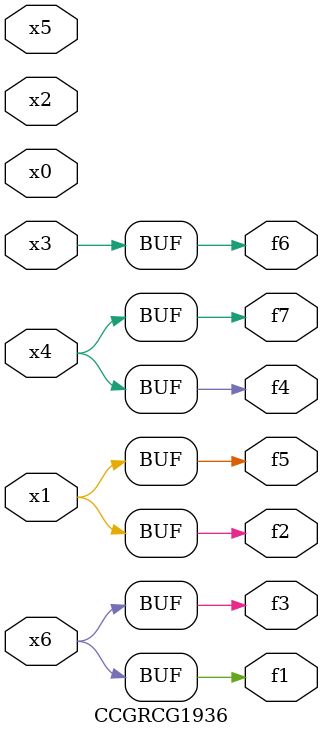
<source format=v>
module CCGRCG1936(
	input x0, x1, x2, x3, x4, x5, x6,
	output f1, f2, f3, f4, f5, f6, f7
);
	assign f1 = x6;
	assign f2 = x1;
	assign f3 = x6;
	assign f4 = x4;
	assign f5 = x1;
	assign f6 = x3;
	assign f7 = x4;
endmodule

</source>
